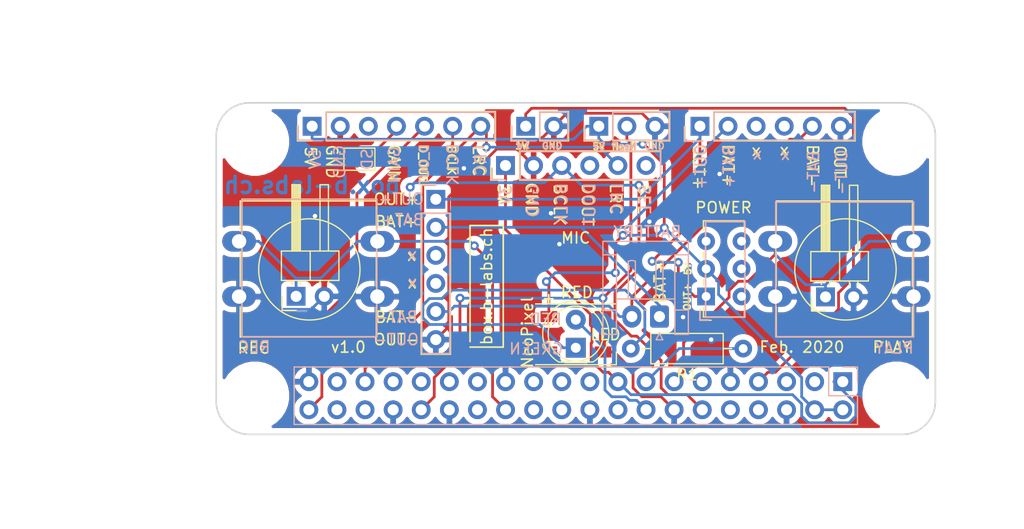
<source format=kicad_pcb>
(kicad_pcb (version 20171130) (host pcbnew "(5.1.5-0-10_14)")
  (title_block (title "Raspberry Pi Zero (W) uHAT Template Board") (date 2019-02-28) (rev 1.0) (comment 1 "This PCB design is licensed under MIT Open Source License."))
  (layers (0 F.Cu signal) (31 B.Cu signal) (34 B.Paste user) (35 F.Paste user) (36 B.SilkS user hide) (37 F.SilkS user) (38 B.Mask user) (39 F.Mask user) (44 Edge.Cuts user))
  (net 0 "")
  (net 1 +3V3)
  (net 2 +5V)
  (net 3 /GPIO2_SDA1)
  (net 4 /GPIO3_SCL1)
  (net 5 GND)
  (net 6 /GPIO14_TXD0)
  (net 7 /GPIO15_RXD0)
  (net 8 /GPIO17_GEN0)
  (net 9 /GPIO24_GEN5)
  (net 10 /GPIO10_SPI_MOSI)
  (net 11 /GPIO9_SPI_MISO)
  (net 12 /GPIO25_GEN6)
  (net 13 /GPIO11_SPI_SCLK)
  (net 14 /GPIO8_SPI_CE0_N)
  (net 15 /ID_SD)
  (net 16 /ID_SC)
  (net 17 /GPIO5)
  (net 18 /GPIO6)
  (net 19 /GPIO13)
  (net 20 /GPIO16)
  (net 21 /GPIO26)
  (net 22 /GPIO20)
  (net 23 DATA_AUDIO_OUT)
  (net 24 BCLK)
  (net 25 LRC)
  (net 26 DATA_AUDIO_IN)
  (net 27 NEOPIXEL_DATA)
  (net 28 RED_LED)
  (net 29 GREEN_LED)
  (net 30 ONE_WIRE)
  (net 31 GREEN_SWITCH)
  (net 32 RED_SWITCH)
  (net 33 "Net-(LED1-Pad1)")
  (net 34 "Net-(Neopixel1-Pad2)")
  (net 35 SEL)
  (net 36 BAT-)
  (net 37 BAT+)
  (net 38 "Net-(J7-Pad4)")
  (net 39 "Net-(J7-Pad3)")
  (net 40 OUT+)
  (net 41 "Net-(J2-Pad3)")
  (net 42 "Net-(J8-Pad4)")
  (net 43 "Net-(J8-Pad3)")
  (net 44 GAIN)
  (module Jumper:SolderJumper-2_P1.3mm_Open_TrianglePad1.0x1.5mm (layer F.Cu) (at 108.032 98.568 180)
    (fp_text reference JP1 hide)
    (fp_text value GainGND)
    (pad 1 smd custom (at -0.725 0 180) (size 0.3 0.3) (layers F.Cu F.Mask) (net 44 GAIN) (options (clearance outline) (anchor rect)) (primitives (gr_poly (pts (xy -0.5 -0.75) (xy 0.5 -0.75) (xy 1 0) (xy 0.5 0.75) (xy -0.5 0.75)) (width 0))))
    (pad 2 smd custom (at 0.725 0 180) (size 0.3 0.3) (layers F.Cu F.Mask) (net 5 GND) (options (clearance outline) (anchor rect)) (primitives (gr_poly (pts (xy -0.65 -0.75) (xy 0.5 -0.75) (xy 0.5 0.75) (xy -0.65 0.75) (xy -0.15 0)) (width 0))))
  )
  (module Connector_PinHeader_2.54mm:PinHeader_1x06_P2.54mm_Vertical (layer F.Cu) (at 121.2352 99.14 90)
    (fp_text reference J3 hide)
    (fp_text value "Mic connector")
    (pad 6 thru_hole oval (at 0 12.7 90) (size 1.7 1.7) (drill 1) (layers *.Cu *.Mask) (net 35 SEL))
    (pad 5 thru_hole oval (at 0 10.16 90) (size 1.7 1.7) (drill 1) (layers *.Cu *.Mask) (net 25 LRC))
    (pad 4 thru_hole oval (at 0 7.62 90) (size 1.7 1.7) (drill 1) (layers *.Cu *.Mask) (net 26 DATA_AUDIO_IN))
    (pad 3 thru_hole oval (at 0 5.08 90) (size 1.7 1.7) (drill 1) (layers *.Cu *.Mask) (net 24 BCLK))
    (pad 2 thru_hole oval (at 0 2.54 90) (size 1.7 1.7) (drill 1) (layers *.Cu *.Mask) (net 5 GND))
    (pad 1 thru_hole rect (at 0 0 90) (size 1.7 1.7) (drill 1) (layers *.Cu *.Mask) (net 1 +3V3))
  )
  (module Connector_JST:JST_EH_S2B-EH_1x02_P2.50mm_Horizontal (layer B.Cu) (at 135.1544 112.8052 180)
    (fp_text reference J6 hide)
    (fp_text value Battery)
    (pad 2 thru_hole oval (at 2.5 0 180) (size 1.7 2) (drill 1) (layers *.Cu *.Mask) (net 36 BAT-))
    (pad 1 thru_hole roundrect (at 0 0 180) (size 1.7 2) (drill 1) (layers *.Cu *.Mask) (roundrect_rratio 0.147059) (net 37 BAT+))
  )
  (module Button_Switch_THT:SW_E-Switch_EG1271_DPDT (layer F.Cu) (at 139.3712 110.9872 90)
    (fp_text reference SW1 hide)
    (fp_text value POWER)
    (pad 6 thru_hole circle (at 5 3.2 90) (size 1.6 1.6) (drill 0.8) (layers *.Cu *.Mask))
    (pad 5 thru_hole circle (at 2.5 3.2 90) (size 1.6 1.6) (drill 0.8) (layers *.Cu *.Mask))
    (pad 4 thru_hole circle (at 0 3.2 90) (size 1.6 1.6) (drill 0.8) (layers *.Cu *.Mask))
    (pad 3 thru_hole circle (at 5 0 90) (size 1.6 1.6) (drill 0.8) (layers *.Cu *.Mask))
    (pad 2 thru_hole circle (at 2.5 0 90) (size 1.6 1.6) (drill 0.8) (layers *.Cu *.Mask) (net 2 +5V))
    (pad 1 thru_hole rect (at 0 0 90) (size 1.6 1.6) (drill 0.8) (layers *.Cu *.Mask) (net 40 OUT+))
  )
  (module Resistor_THT:R_Axial_DIN0207_L6.3mm_D2.5mm_P10.16mm_Horizontal (layer F.Cu) (at 142.7236 115.7008 180)
    (fp_text reference R1 (at 5.08 -2.37) (layer F.SilkS))
    (fp_text value 220)
    (pad 2 thru_hole oval (at 10.16 0 180) (size 1.6 1.6) (drill 0.8) (layers *.Cu *.Mask) (net 33 "Net-(LED1-Pad1)"))
    (pad 1 thru_hole circle (at 0 0 180) (size 1.6 1.6) (drill 0.8) (layers *.Cu *.Mask) (net 29 GREEN_LED))
  )
  (module Connector_PinHeader_2.54mm:PinHeader_1x06_P2.54mm_Vertical (layer F.Cu) (at 138.812 95.584 90)
    (fp_text reference J8 hide)
    (fp_text value "Voltage Regulator Option B")
    (pad 6 thru_hole oval (at 0 12.7 90) (size 1.7 1.7) (drill 1) (layers *.Cu *.Mask) (net 5 GND))
    (pad 5 thru_hole oval (at 0 10.16 90) (size 1.7 1.7) (drill 1) (layers *.Cu *.Mask) (net 36 BAT-))
    (pad 4 thru_hole oval (at 0 7.62 90) (size 1.7 1.7) (drill 1) (layers *.Cu *.Mask) (net 42 "Net-(J8-Pad4)"))
    (pad 3 thru_hole oval (at 0 5.08 90) (size 1.7 1.7) (drill 1) (layers *.Cu *.Mask) (net 43 "Net-(J8-Pad3)"))
    (pad 2 thru_hole oval (at 0 2.54 90) (size 1.7 1.7) (drill 1) (layers *.Cu *.Mask) (net 37 BAT+))
    (pad 1 thru_hole rect (at 0 0 90) (size 1.7 1.7) (drill 1) (layers *.Cu *.Mask) (net 40 OUT+))
  )
  (module Connector_PinHeader_2.54mm:PinHeader_1x07_P2.54mm_Vertical (layer F.Cu) (at 103.76 95.584 90)
    (fp_text reference J2 hide)
    (fp_text value "Amp connector")
    (pad 7 thru_hole oval (at 0 15.24 90) (size 1.7 1.7) (drill 1) (layers *.Cu *.Mask) (net 25 LRC))
    (pad 6 thru_hole oval (at 0 12.7 90) (size 1.7 1.7) (drill 1) (layers *.Cu *.Mask) (net 24 BCLK))
    (pad 5 thru_hole oval (at 0 10.16 90) (size 1.7 1.7) (drill 1) (layers *.Cu *.Mask) (net 23 DATA_AUDIO_OUT))
    (pad 4 thru_hole oval (at 0 7.62 90) (size 1.7 1.7) (drill 1) (layers *.Cu *.Mask) (net 44 GAIN))
    (pad 3 thru_hole oval (at 0 5.08 90) (size 1.7 1.7) (drill 1) (layers *.Cu *.Mask) (net 41 "Net-(J2-Pad3)"))
    (pad 2 thru_hole oval (at 0 2.54 90) (size 1.7 1.7) (drill 1) (layers *.Cu *.Mask) (net 5 GND))
    (pad 1 thru_hole rect (at 0 0 90) (size 1.7 1.7) (drill 1) (layers *.Cu *.Mask) (net 2 +5V))
  )
  (module Connector_PinHeader_2.54mm:PinHeader_1x06_P2.54mm_Vertical (layer F.Cu) (at 114.936 102.188)
    (fp_text reference J7 hide)
    (fp_text value "Voltage Regulator Option A")
    (pad 6 thru_hole oval (at 0 12.7) (size 1.7 1.7) (drill 1) (layers *.Cu *.Mask) (net 5 GND))
    (pad 5 thru_hole oval (at 0 10.16) (size 1.7 1.7) (drill 1) (layers *.Cu *.Mask) (net 36 BAT-))
    (pad 4 thru_hole oval (at 0 7.62) (size 1.7 1.7) (drill 1) (layers *.Cu *.Mask) (net 38 "Net-(J7-Pad4)"))
    (pad 3 thru_hole oval (at 0 5.08) (size 1.7 1.7) (drill 1) (layers *.Cu *.Mask) (net 39 "Net-(J7-Pad3)"))
    (pad 2 thru_hole oval (at 0 2.54) (size 1.7 1.7) (drill 1) (layers *.Cu *.Mask) (net 37 BAT+))
    (pad 1 thru_hole rect (at 0 0) (size 1.7 1.7) (drill 1) (layers *.Cu *.Mask) (net 40 OUT+))
  )
  (module Connector_PinHeader_2.54mm:PinHeader_1x03_P2.54mm_Vertical (layer F.Cu) (at 129.668 95.584 90)
    (fp_text reference J5 hide)
    (fp_text value "Neopixel connector")
    (pad 3 thru_hole oval (at 0 5.08 90) (size 1.7 1.7) (drill 1) (layers *.Cu *.Mask) (net 5 GND))
    (pad 2 thru_hole oval (at 0 2.54 90) (size 1.7 1.7) (drill 1) (layers *.Cu *.Mask) (net 27 NEOPIXEL_DATA))
    (pad 1 thru_hole rect (at 0 0 90) (size 1.7 1.7) (drill 1) (layers *.Cu *.Mask) (net 2 +5V))
  )
  (module Connector_PinHeader_2.54mm:PinHeader_1x02_P2.54mm_Vertical (layer F.Cu) (at 123.064 95.584 90)
    (fp_text reference J4 hide)
    (fp_text value OneWire)
    (pad 2 thru_hole oval (at 0 2.54 90) (size 1.7 1.7) (drill 1) (layers *.Cu *.Mask) (net 5 GND))
    (pad 1 thru_hole rect (at 0 0 90) (size 1.7 1.7) (drill 1) (layers *.Cu *.Mask) (net 30 ONE_WIRE))
  )
  (module lib:PinSocket_2x20_P2.54mm_Vertical_Centered_Anchor (layer B.Cu) (at 151.722 118.698 90)
    (fp_text reference J1 hide)
    (fp_text value GPIO_CONNECTOR)
    (pad 1 thru_hole rect (at 0 0 90) (size 1.7 1.7) (drill 1) (layers *.Cu *.Mask) (net 1 +3V3))
    (pad 2 thru_hole oval (at -2.54 0 90) (size 1.7 1.7) (drill 1) (layers *.Cu *.Mask) (net 2 +5V))
    (pad 3 thru_hole oval (at 0 -2.54 90) (size 1.7 1.7) (drill 1) (layers *.Cu *.Mask) (net 3 /GPIO2_SDA1))
    (pad 4 thru_hole oval (at -2.54 -2.54 90) (size 1.7 1.7) (drill 1) (layers *.Cu *.Mask) (net 2 +5V))
    (pad 5 thru_hole oval (at 0 -5.08 90) (size 1.7 1.7) (drill 1) (layers *.Cu *.Mask) (net 4 /GPIO3_SCL1))
    (pad 6 thru_hole oval (at -2.54 -5.08 90) (size 1.7 1.7) (drill 1) (layers *.Cu *.Mask) (net 5 GND))
    (pad 7 thru_hole oval (at 0 -7.62 90) (size 1.7 1.7) (drill 1) (layers *.Cu *.Mask) (net 30 ONE_WIRE))
    (pad 8 thru_hole oval (at -2.54 -7.62 90) (size 1.7 1.7) (drill 1) (layers *.Cu *.Mask) (net 6 /GPIO14_TXD0))
    (pad 9 thru_hole oval (at 0 -10.16 90) (size 1.7 1.7) (drill 1) (layers *.Cu *.Mask) (net 5 GND))
    (pad 10 thru_hole oval (at -2.54 -10.16 90) (size 1.7 1.7) (drill 1) (layers *.Cu *.Mask) (net 7 /GPIO15_RXD0))
    (pad 11 thru_hole oval (at 0 -12.7 90) (size 1.7 1.7) (drill 1) (layers *.Cu *.Mask) (net 8 /GPIO17_GEN0))
    (pad 12 thru_hole oval (at -2.54 -12.7 90) (size 1.7 1.7) (drill 1) (layers *.Cu *.Mask) (net 24 BCLK))
    (pad 13 thru_hole oval (at 0 -15.24 90) (size 1.7 1.7) (drill 1) (layers *.Cu *.Mask) (net 31 GREEN_SWITCH))
    (pad 14 thru_hole oval (at -2.54 -15.24 90) (size 1.7 1.7) (drill 1) (layers *.Cu *.Mask) (net 5 GND))
    (pad 15 thru_hole oval (at 0 -17.78 90) (size 1.7 1.7) (drill 1) (layers *.Cu *.Mask) (net 29 GREEN_LED))
    (pad 16 thru_hole oval (at -2.54 -17.78 90) (size 1.7 1.7) (drill 1) (layers *.Cu *.Mask) (net 28 RED_LED))
    (pad 17 thru_hole oval (at 0 -20.32 90) (size 1.7 1.7) (drill 1) (layers *.Cu *.Mask) (net 1 +3V3))
    (pad 18 thru_hole oval (at -2.54 -20.32 90) (size 1.7 1.7) (drill 1) (layers *.Cu *.Mask) (net 9 /GPIO24_GEN5))
    (pad 19 thru_hole oval (at 0 -22.86 90) (size 1.7 1.7) (drill 1) (layers *.Cu *.Mask) (net 10 /GPIO10_SPI_MOSI))
    (pad 20 thru_hole oval (at -2.54 -22.86 90) (size 1.7 1.7) (drill 1) (layers *.Cu *.Mask) (net 5 GND))
    (pad 21 thru_hole oval (at 0 -25.4 90) (size 1.7 1.7) (drill 1) (layers *.Cu *.Mask) (net 11 /GPIO9_SPI_MISO))
    (pad 22 thru_hole oval (at -2.54 -25.4 90) (size 1.7 1.7) (drill 1) (layers *.Cu *.Mask) (net 12 /GPIO25_GEN6))
    (pad 23 thru_hole oval (at 0 -27.94 90) (size 1.7 1.7) (drill 1) (layers *.Cu *.Mask) (net 13 /GPIO11_SPI_SCLK))
    (pad 24 thru_hole oval (at -2.54 -27.94 90) (size 1.7 1.7) (drill 1) (layers *.Cu *.Mask) (net 14 /GPIO8_SPI_CE0_N))
    (pad 25 thru_hole oval (at 0 -30.48 90) (size 1.7 1.7) (drill 1) (layers *.Cu *.Mask) (net 5 GND))
    (pad 26 thru_hole oval (at -2.54 -30.48 90) (size 1.7 1.7) (drill 1) (layers *.Cu *.Mask) (net 32 RED_SWITCH))
    (pad 27 thru_hole oval (at 0 -33.02 90) (size 1.7 1.7) (drill 1) (layers *.Cu *.Mask) (net 15 /ID_SD))
    (pad 28 thru_hole oval (at -2.54 -33.02 90) (size 1.7 1.7) (drill 1) (layers *.Cu *.Mask) (net 16 /ID_SC))
    (pad 29 thru_hole oval (at 0 -35.56 90) (size 1.7 1.7) (drill 1) (layers *.Cu *.Mask) (net 17 /GPIO5))
    (pad 30 thru_hole oval (at -2.54 -35.56 90) (size 1.7 1.7) (drill 1) (layers *.Cu *.Mask) (net 5 GND))
    (pad 31 thru_hole oval (at 0 -38.1 90) (size 1.7 1.7) (drill 1) (layers *.Cu *.Mask) (net 18 /GPIO6))
    (pad 32 thru_hole oval (at -2.54 -38.1 90) (size 1.7 1.7) (drill 1) (layers *.Cu *.Mask) (net 27 NEOPIXEL_DATA))
    (pad 33 thru_hole oval (at 0 -40.64 90) (size 1.7 1.7) (drill 1) (layers *.Cu *.Mask) (net 19 /GPIO13))
    (pad 34 thru_hole oval (at -2.54 -40.64 90) (size 1.7 1.7) (drill 1) (layers *.Cu *.Mask) (net 5 GND))
    (pad 35 thru_hole oval (at 0 -43.18 90) (size 1.7 1.7) (drill 1) (layers *.Cu *.Mask) (net 25 LRC))
    (pad 36 thru_hole oval (at -2.54 -43.18 90) (size 1.7 1.7) (drill 1) (layers *.Cu *.Mask) (net 20 /GPIO16))
    (pad 37 thru_hole oval (at 0 -45.72 90) (size 1.7 1.7) (drill 1) (layers *.Cu *.Mask) (net 21 /GPIO26))
    (pad 38 thru_hole oval (at -2.54 -45.72 90) (size 1.7 1.7) (drill 1) (layers *.Cu *.Mask) (net 22 /GPIO20))
    (pad 39 thru_hole oval (at 0 -48.26 90) (size 1.7 1.7) (drill 1) (layers *.Cu *.Mask) (net 5 GND))
    (pad 40 thru_hole oval (at -2.54 -48.26 90) (size 1.7 1.7) (drill 1) (layers *.Cu *.Mask) (net 23 DATA_AUDIO_OUT))
  )
  (module Connector_PinHeader_2.54mm:PinHeader_1x02_P2.54mm_Horizontal (layer F.Cu) (at 102.3122 110.9764 90)
    (fp_text reference J_RED1 hide)
    (fp_text value RED)
    (pad 2 thru_hole oval (at 0 2.54 90) (size 1.7 1.7) (drill 1) (layers *.Cu *.Mask) (net 5 GND))
    (pad 1 thru_hole rect (at 0 0 90) (size 1.7 1.7) (drill 1) (layers *.Cu *.Mask) (net 32 RED_SWITCH))
  )
  (module Connector_PinHeader_2.54mm:PinHeader_1x02_P2.54mm_Horizontal (layer F.Cu) (at 150.1658 111.0272 90)
    (fp_text reference J_GREEN1 hide)
    (fp_text value GREEN)
    (pad 2 thru_hole oval (at 0 2.54 90) (size 1.7 1.7) (drill 1) (layers *.Cu *.Mask) (net 5 GND))
    (pad 1 thru_hole rect (at 0 0 90) (size 1.7 1.7) (drill 1) (layers *.Cu *.Mask) (net 31 GREEN_SWITCH))
  )
  (module LED_THT:LED_D5.0mm (layer F.Cu) (at 127.5912 115.6278 90)
    (fp_text reference LED1 hide)
    (fp_text value LED_Dual_2pin)
    (pad 2 thru_hole circle (at 2.54 0 90) (size 1.8 1.8) (drill 0.9) (layers *.Cu *.Mask) (net 28 RED_LED))
    (pad 1 thru_hole rect (at 0 0 90) (size 1.8 1.8) (drill 0.9) (layers *.Cu *.Mask) (net 33 "Net-(LED1-Pad1)"))
  )
  (module LED_SMD:LED_WS2812B_PLCC4_5.0x5.0mm_P3.2mm (layer F.Cu) (at 127.605 114.4084)
    (fp_text reference Neopixel1 hide)
    (fp_text value WS2812B)
    (pad 1 smd rect (at -2.45 -1.6) (size 1.5 1) (layers F.Cu F.Paste F.Mask) (net 2 +5V))
    (pad 2 smd rect (at -2.45 1.6) (size 1.5 1) (layers F.Cu F.Paste F.Mask) (net 34 "Net-(Neopixel1-Pad2)"))
    (pad 4 smd rect (at 2.45 -1.6) (size 1.5 1) (layers F.Cu F.Paste F.Mask) (net 27 NEOPIXEL_DATA))
    (pad 3 smd rect (at 2.45 1.6) (size 1.5 1) (layers F.Cu F.Paste F.Mask) (net 5 GND))
  )
  (module Button_Switch_THT:SW_PUSH-12mm (layer F.Cu) (at 145.616 105.998)
    (fp_text reference GREEN1 hide)
    (fp_text value Green)
    (pad 2 thru_hole oval (at 0 5) (size 3.048 1.85) (drill 1.3) (layers *.Cu *.Mask) (net 5 GND))
    (pad 1 thru_hole oval (at 0 0) (size 3.048 1.85) (drill 1.3) (layers *.Cu *.Mask) (net 31 GREEN_SWITCH))
    (pad 2 thru_hole oval (at 12.5 5) (size 3.048 1.85) (drill 1.3) (layers *.Cu *.Mask) (net 5 GND))
    (pad 1 thru_hole oval (at 12.5 0) (size 3.048 1.85) (drill 1.3) (layers *.Cu *.Mask) (net 31 GREEN_SWITCH))
  )
  (module Button_Switch_THT:SW_PUSH-12mm (layer F.Cu) (at 97.156 105.998)
    (fp_text reference RED1 hide)
    (fp_text value Red)
    (pad 2 thru_hole oval (at 0 5) (size 3.048 1.85) (drill 1.3) (layers *.Cu *.Mask) (net 5 GND))
    (pad 1 thru_hole oval (at 0 0) (size 3.048 1.85) (drill 1.3) (layers *.Cu *.Mask) (net 32 RED_SWITCH))
    (pad 2 thru_hole oval (at 12.5 5) (size 3.048 1.85) (drill 1.3) (layers *.Cu *.Mask) (net 5 GND))
    (pad 1 thru_hole oval (at 12.5 0) (size 3.048 1.85) (drill 1.3) (layers *.Cu *.Mask) (net 32 RED_SWITCH))
  )
  (module lib:MountingHole_2.7mm_M2.5_uHAT_RPi (layer F.Cu) (at 156.592 119.968 180)
    (fp_text reference H1 hide)
    (fp_text value MountingHole hide)
    (pad "" np_thru_hole circle (at 0 0 180) (size 2.7 2.7) (drill 2.7) (layers *.Cu *.Mask) (clearance 1.75))
  )
  (module lib:MountingHole_2.7mm_M2.5_uHAT_RPi (layer F.Cu) (at 98.592 119.968 180)
    (fp_text reference H2 hide)
    (fp_text value MountingHole hide)
    (pad "" np_thru_hole circle (at 0 0 180) (size 2.7 2.7) (drill 2.7) (layers *.Cu *.Mask) (clearance 1.75))
  )
  (module lib:MountingHole_2.7mm_M2.5_uHAT_RPi (layer F.Cu) (at 98.592 96.968 180)
    (fp_text reference H3 hide)
    (fp_text value MountingHole hide)
    (pad "" np_thru_hole circle (at 0 0 180) (size 2.7 2.7) (drill 2.7) (layers *.Cu *.Mask) (clearance 1.75))
  )
  (module lib:MountingHole_2.7mm_M2.5_uHAT_RPi (layer F.Cu) (at 156.592 96.968 180)
    (fp_text reference H4 hide)
    (fp_text value MountingHole hide)
    (pad "" np_thru_hole circle (at 0 0 180) (size 2.7 2.7) (drill 2.7) (layers *.Cu *.Mask) (clearance 1.75))
  )
  (gr_text "Feb. 2020" (at 148.032 115.568) (layer F.SilkS) (effects (font (size 1 1))))
  (gr_line (start 121.032 115.568) (end 118.032 115.568) (layer F.SilkS) (width 0.15))
  (gr_line (start 121.032 104.568) (end 121.032 115.568) (layer F.SilkS) (width 0.15))
  (gr_line (start 118.032 104.568) (end 121.032 104.568) (layer F.SilkS) (width 0.15))
  (gr_line (start 118.032 115.068) (end 118.032 104.568) (layer F.SilkS) (width 0.15))
  (gr_text box.b-labs.ch (at 119.532 110.068 90) (layer F.SilkS) (effects (font (size 1 1))))
  (gr_text box.b-labs.ch (at 103.76 100.918) (layer B.Cu) (effects (font (size 1.5 1.5) (thickness 0.3)) (justify mirror)))
  (gr_line (start 97.41 102.442) (end 97.41 102.188) (layer B.SilkS) (width 0.15))
  (gr_line (start 109.602 102.188) (end 97.41 102.188) (layer B.SilkS) (width 0.15))
  (gr_line (start 109.602 114.634) (end 109.602 102.188) (layer B.SilkS) (width 0.15))
  (gr_line (start 97.41 114.634) (end 109.602 114.634) (layer B.SilkS) (width 0.15))
  (gr_line (start 97.41 102.442) (end 97.41 114.634) (layer B.SilkS) (width 0.15))
  (gr_line (start 158.116 102.442) (end 145.67 102.442) (layer B.SilkS) (width 0.15))
  (gr_line (start 158.116 114.634) (end 158.116 102.442) (layer B.SilkS) (width 0.15))
  (gr_line (start 145.67 114.634) (end 158.116 114.634) (layer B.SilkS) (width 0.15))
  (gr_line (start 145.67 102.442) (end 145.67 114.634) (layer B.SilkS) (width 0.15))
  (gr_line (start 135.256 97.87) (end 122.556 97.87) (layer B.SilkS) (width 0.15))
  (gr_line (start 135.256 100.41) (end 135.256 97.87) (layer B.SilkS) (width 0.15))
  (gr_line (start 122.556 100.41) (end 135.256 100.41) (layer B.SilkS) (width 0.15))
  (gr_line (start 122.556 97.87) (end 122.556 100.41) (layer B.SilkS) (width 0.15))
  (gr_line (start 120.016 100.41) (end 121.032 100.41) (layer B.SilkS) (width 0.15))
  (gr_line (start 120.016 99.394) (end 120.016 100.41) (layer B.SilkS) (width 0.15))
  (gr_line (start 138.812 113.11) (end 139.574 113.11) (layer B.SilkS) (width 0.15))
  (gr_line (start 138.812 112.348) (end 138.812 113.11) (layer B.SilkS) (width 0.15))
  (gr_line (start 142.876 104.22) (end 139.32 104.22) (layer B.SilkS) (width 0.15))
  (gr_line (start 142.876 112.856) (end 142.876 104.22) (layer B.SilkS) (width 0.15))
  (gr_line (start 139.32 112.856) (end 142.876 112.856) (layer B.SilkS) (width 0.15))
  (gr_line (start 139.32 104.22) (end 139.32 112.856) (layer B.SilkS) (width 0.15))
  (gr_line (start 116.206 103.458) (end 113.666 103.458) (layer B.SilkS) (width 0.15))
  (gr_line (start 116.206 116.158) (end 116.206 103.458) (layer B.SilkS) (width 0.15))
  (gr_line (start 113.666 116.158) (end 116.206 116.158) (layer B.SilkS) (width 0.15))
  (gr_line (start 113.666 103.458) (end 113.666 116.158) (layer B.SilkS) (width 0.15))
  (gr_line (start 113.666 100.918) (end 113.666 101.68) (layer B.SilkS) (width 0.15))
  (gr_line (start 114.936 100.918) (end 113.666 100.918) (layer B.SilkS) (width 0.15))
  (gr_line (start 120.27 96.854) (end 105.03 96.854) (layer B.SilkS) (width 0.15))
  (gr_line (start 120.27 94.314) (end 120.27 96.854) (layer B.SilkS) (width 0.15))
  (gr_line (start 105.03 94.314) (end 120.27 94.314) (layer B.SilkS) (width 0.15))
  (gr_line (start 105.03 96.854) (end 105.03 94.314) (layer B.SilkS) (width 0.15))
  (gr_line (start 102.49 96.854) (end 103.76 96.854) (layer B.SilkS) (width 0.15))
  (gr_line (start 102.49 95.584) (end 102.49 96.854) (layer B.SilkS) (width 0.15))
  (gr_line (start 126.874 96.854) (end 124.334 96.854) (layer B.SilkS) (width 0.15))
  (gr_line (start 126.874 94.314) (end 126.874 96.854) (layer B.SilkS) (width 0.15))
  (gr_line (start 124.334 94.314) (end 126.874 94.314) (layer B.SilkS) (width 0.15))
  (gr_line (start 124.334 96.854) (end 124.334 94.314) (layer B.SilkS) (width 0.15))
  (gr_line (start 121.794 96.854) (end 123.064 96.854) (layer B.SilkS) (width 0.15))
  (gr_line (start 121.794 95.584) (end 121.794 96.854) (layer B.SilkS) (width 0.15))
  (gr_line (start 136.018 96.854) (end 130.938 96.854) (layer B.SilkS) (width 0.15))
  (gr_line (start 136.018 94.314) (end 136.018 96.854) (layer B.SilkS) (width 0.15))
  (gr_line (start 130.938 94.314) (end 136.018 94.314) (layer B.SilkS) (width 0.15))
  (gr_line (start 130.938 96.854) (end 130.938 94.314) (layer B.SilkS) (width 0.15))
  (gr_line (start 128.398 96.854) (end 129.668 96.854) (layer B.SilkS) (width 0.15))
  (gr_line (start 128.398 95.584) (end 128.398 96.854) (layer B.SilkS) (width 0.15))
  (gr_line (start 152.782 96.854) (end 140.082 96.854) (layer B.SilkS) (width 0.15))
  (gr_line (start 152.782 94.314) (end 152.782 96.854) (layer B.SilkS) (width 0.15))
  (gr_line (start 140.082 94.314) (end 152.782 94.314) (layer B.SilkS) (width 0.15))
  (gr_line (start 140.082 96.854) (end 140.082 94.314) (layer B.SilkS) (width 0.15))
  (gr_line (start 137.415 96.9302) (end 139.066 96.9302) (layer B.SilkS) (width 0.15))
  (gr_line (start 137.415 95.6094) (end 137.415 96.9302) (layer B.SilkS) (width 0.15))
  (gr_text SD (at 108.7384 98.568 90) (layer B.SilkS) (effects (font (size 1 1)) (justify mirror)))
  (gr_text GND (at 106.2492 98.8098 90) (layer B.SilkS) (effects (font (size 1 1)) (justify mirror)))
  (gr_text D_OUT (at 113.8946 99.0384 90) (layer B.SilkS) (effects (font (size 0.8 0.8)) (justify mirror)))
  (gr_text LRC (at 119.0254 98.632 90) (layer B.SilkS) (effects (font (size 1 1)) (justify mirror)))
  (gr_text GAIN (at 111.1768 99.068 90) (layer B.SilkS) (effects (font (size 1 1)) (justify mirror)))
  (gr_text BCLK (at 116.4854 99.0384 90) (layer B.SilkS) (effects (font (size 1 1)) (justify mirror)))
  (gr_text BAT- (at 111.3546 112.856) (layer B.SilkS) (effects (font (size 1 1)) (justify mirror)))
  (gr_text OUT- (at 111.3546 114.888) (layer B.SilkS) (effects (font (size 1 1)) (justify mirror)))
  (gr_text OUT+ (at 111.8118 102.1626) (layer B.SilkS) (effects (font (size 1 1)) (justify mirror)))
  (gr_text BAT+ (at 111.9134 104.0422) (layer B.SilkS) (effects (font (size 1 1)) (justify mirror)))
  (gr_text x (at 112.8278 107.395 180) (layer B.SilkS) (effects (font (size 1 1)) (justify mirror)))
  (gr_text x (at 112.8278 109.8842 180) (layer B.SilkS) (effects (font (size 1 1)) (justify mirror)))
  (gr_text GREEN (at 124.0038 115.7262) (layer B.SilkS) (effects (font (size 1 1)) (justify mirror)))
  (gr_text RED (at 124.8674 113.0592) (layer B.SilkS) (effects (font (size 1 1)) (justify mirror)))
  (gr_text PLAY (at 156.3634 115.65) (layer B.SilkS) (effects (font (size 1 1)) (justify mirror)))
  (gr_text REC (at 98.5276 115.5484) (layer B.SilkS) (effects (font (size 1 1)) (justify mirror)))
  (gr_text x (at 146.5336 98.378 180) (layer B.SilkS) (effects (font (size 1 1)) (justify mirror)))
  (gr_text OUT+ (at 138.9136 99.2416 90) (layer B.SilkS) (effects (font (size 1 1)) (justify mirror)))
  (gr_text BAT- (at 149.0736 99.7496 90) (layer B.SilkS) (effects (font (size 1 1)) (justify mirror)))
  (gr_text OUT- (at 151.6136 99.7496 90) (layer B.SilkS) (effects (font (size 1 1)) (justify mirror)))
  (gr_text BAT+ (at 141.4536 99.2416 90) (layer B.SilkS) (effects (font (size 1 1)) (justify mirror)))
  (gr_text x (at 143.9936 98.3272 180) (layer B.SilkS) (effects (font (size 1 1)) (justify mirror)))
  (gr_text 3V (at 121.286 101.7816 90) (layer B.SilkS) (effects (font (size 1 1)) (justify mirror)))
  (gr_text SEL (at 133.8844 102.1626 90) (layer B.SilkS) (effects (font (size 1 1)) (justify mirror)))
  (gr_text LRC (at 131.3698 102.1118 90) (layer B.SilkS) (effects (font (size 1 1)) (justify mirror)))
  (gr_text BCLK (at 126.3406 102.6198 90) (layer B.SilkS) (effects (font (size 1 1)) (justify mirror)))
  (gr_text DOUT (at 128.8552 102.6452 90) (layer B.SilkS) (effects (font (size 1 1)) (justify mirror)))
  (gr_text GND (at 123.7498 102.315 90) (layer B.SilkS) (effects (font (size 1 1)) (justify mirror)))
  (gr_text 1W (at 122.81 97.3112) (layer B.SilkS) (effects (font (size 0.6 0.6)) (justify mirror)))
  (gr_text GND (at 125.4516 97.3366) (layer B.SilkS) (effects (font (size 0.6 0.6)) (justify mirror)))
  (gr_text GND (at 134.6972 97.3874) (layer B.SilkS) (effects (font (size 0.6 0.6) (thickness 0.125)) (justify mirror)))
  (gr_text NeoP (at 131.9286 97.4128) (layer B.SilkS) (effects (font (size 0.6 0.6)) (justify mirror)))
  (gr_text 5V (at 129.6934 97.3874) (layer B.SilkS) (effects (font (size 0.6 0.6)) (justify mirror)))
  (gr_text 5V (at 104.032 98.568 90) (layer B.SilkS) (effects (font (size 1 1)) (justify mirror)))
  (gr_text "BATTERY " (at 133.6812 105.1344) (layer B.SilkS) (effects (font (size 1 1)) (justify mirror)))
  (gr_text GND (at 125.4516 97.362) (layer F.SilkS) (effects (font (size 0.6 0.6))))
  (gr_text 1W (at 122.7592 97.362) (layer F.SilkS) (effects (font (size 0.6 0.6))))
  (gr_text GND (at 134.6972 97.362) (layer F.SilkS) (effects (font (size 0.6 0.6) (thickness 0.125))))
  (gr_text NeoP (at 132.0048 97.4128) (layer F.SilkS) (effects (font (size 0.6 0.6))))
  (gr_text 5V (at 129.668 97.4128) (layer F.SilkS) (effects (font (size 0.6 0.6))))
  (gr_text OUT+ (at 137.669 111.0272 90) (layer F.SilkS) (effects (font (size 0.6 0.6))))
  (gr_text 5V (at 137.7198 108.4872 90) (layer F.SilkS) (effects (font (size 0.6 0.6))))
  (gr_text BAT+ (at 135.2052 109.681 90) (layer F.SilkS) (effects (font (size 1 1))))
  (gr_text x (at 112.8024 109.7572) (layer F.SilkS) (effects (font (size 1 1))))
  (gr_text x (at 112.7516 107.268) (layer F.SilkS) (effects (font (size 1 1))))
  (gr_text x (at 146.432 97.7176) (layer F.SilkS) (effects (font (size 1 1))))
  (gr_text x (at 143.892 97.7684) (layer F.SilkS) (effects (font (size 1 1))))
  (gr_text MIC (at 127.5852 105.6932) (layer F.SilkS) (effects (font (size 1 1))))
  (gr_text LED (at 130.2776 114.4308) (layer F.SilkS) (effects (font (size 1 1))))
  (gr_text NeoPixel (at 123.2164 114.2276 90) (layer F.SilkS) (effects (font (size 1 1))))
  (gr_text POWER (at 140.9456 102.95) (layer F.SilkS) (effects (font (size 1 1))))
  (gr_text REC (at 98.4768 115.65) (layer F.SilkS) (effects (font (size 1 1))))
  (gr_text PLAY (at 156.1856 115.568) (layer F.SilkS) (effects (font (size 1 1))))
  (gr_text v1.0 (at 107.032 115.568) (layer F.SilkS) (effects (font (size 1 1))))
  (gr_text GAIN (at 111.1768 98.886 270) (layer F.SilkS) (effects (font (size 1 1))))
  (gr_text D_OUT (at 113.7676 98.9368 270) (layer F.SilkS) (effects (font (size 0.7 0.7))))
  (gr_text LRC (at 118.7968 98.7336 270) (layer F.SilkS) (effects (font (size 1 1))))
  (gr_text BCLK (at 116.3584 98.6828 270) (layer F.SilkS) (effects (font (size 0.7 0.7))))
  (gr_text GND (at 105.532 98.7844 270) (layer F.SilkS) (effects (font (size 1 1))))
  (gr_text 5V (at 103.6076 98.3272 270) (layer F.SilkS) (effects (font (size 1 1))))
  (gr_text BAT- (at 148.9974 99.1654 270) (layer F.SilkS) (effects (font (size 1 1))))
  (gr_text OUT- (at 151.4612 99.3686 270) (layer F.SilkS) (effects (font (size 1 1))))
  (gr_text OUT+ (at 138.685 99.2924 270) (layer F.SilkS) (effects (font (size 1 1))))
  (gr_text BAT+ (at 141.352 99.14 270) (layer F.SilkS) (effects (font (size 1 1))))
  (gr_text + (at 125.1468 111.1288) (layer F.SilkS) (effects (font (size 1 1))))
  (gr_text RED (at 127.6868 110.6208) (layer F.SilkS) (effects (font (size 1 1))))
  (gr_text BAT+ (at 111.38 104.22) (layer F.SilkS) (effects (font (size 1 1))))
  (gr_text BAT- (at 111.38 112.856) (layer F.SilkS) (effects (font (size 1 1))))
  (gr_text OUT- (at 111.38 114.888) (layer F.SilkS) (effects (font (size 1 1))))
  (gr_text OUT+ (at 111.38 102.188) (layer F.SilkS) (effects (font (size 1 1))))
  (gr_text SEL (at 133.732 102.188 270) (layer F.SilkS) (effects (font (size 1 1))))
  (gr_text LRC (at 131.192 102.188 270) (layer F.SilkS) (effects (font (size 1 1))))
  (gr_text DOUT (at 128.652 102.696 270) (layer F.SilkS) (effects (font (size 1 1))))
  (gr_text BCLK (at 126.112 102.696 270) (layer F.SilkS) (effects (font (size 1 1))))
  (gr_text GND (at 123.572 102.188 270) (layer F.SilkS) (effects (font (size 1 1))))
  (gr_text 3V (at 121.032 101.68 270) (layer F.SilkS) (effects (font (size 1 1))))
  (gr_line (start 160.092 96.468) (end 160.092 120.468) (layer Edge.Cuts) (width 0.15))
  (gr_line (start 157.092 123.468) (end 98.092 123.468) (layer Edge.Cuts) (width 0.15))
  (gr_line (start 156.592 93.468) (end 157.092 93.468) (layer Edge.Cuts) (width 0.15))
  (gr_line (start 98.592 93.468) (end 98.092 93.468) (layer Edge.Cuts) (width 0.15))
  (gr_line (start 95.092 120.468) (end 95.092 96.468) (layer Edge.Cuts) (width 0.15))
  (gr_arc (start 157.092 120.468) (end 157.092 123.468) (angle -90) (layer Edge.Cuts) (width 0.15))
  (gr_arc (start 157.092 96.468) (end 160.092 96.468) (angle -90) (layer Edge.Cuts) (width 0.15))
  (gr_arc (start 98.092 96.468) (end 98.092 93.468) (angle -90) (layer Edge.Cuts) (width 0.15))
  (gr_arc (start 98.092 120.468) (end 95.092 120.468) (angle -90) (layer Edge.Cuts) (width 0.15))
  (gr_line (start 156.592 93.468) (end 98.592 93.468) (layer Edge.Cuts) (width 0.15))
  (segment (start 130.059599 117.848001) (end 130.552001 117.848001) (width 0.25) (layer F.Cu) (net 1))
  (segment (start 130.552001 117.848001) (end 131.402 118.698) (width 0.25) (layer F.Cu) (net 1))
  (segment (start 128.979999 115.220401) (end 128.979999 116.768401) (width 0.25) (layer F.Cu) (net 1))
  (segment (start 129.0584 115.142) (end 128.979999 115.220401) (width 0.25) (layer F.Cu) (net 1))
  (segment (start 129.0584 113.7196) (end 129.0584 115.142) (width 0.25) (layer F.Cu) (net 1))
  (segment (start 128.979999 116.768401) (end 130.059599 117.848001) (width 0.25) (layer F.Cu) (net 1))
  (segment (start 128.906 113.5672) (end 129.0584 113.7196) (width 0.25) (layer F.Cu) (net 1))
  (segment (start 128.906 112.589598) (end 128.906 113.5672) (width 0.25) (layer F.Cu) (net 1))
  (segment (start 121.2352 104.918798) (end 128.906 112.589598) (width 0.25) (layer F.Cu) (net 1))
  (segment (start 121.2352 99.14) (end 121.2352 104.918798) (width 0.25) (layer F.Cu) (net 1))
  (segment (start 132.577001 119.873001) (end 132.251999 119.547999) (width 0.25) (layer B.Cu) (net 1))
  (segment (start 148.006999 121.802001) (end 148.006999 120.699409) (width 0.25) (layer B.Cu) (net 1))
  (segment (start 148.617999 122.413001) (end 148.006999 121.802001) (width 0.25) (layer B.Cu) (net 1))
  (segment (start 152.286001 122.413001) (end 148.617999 122.413001) (width 0.25) (layer B.Cu) (net 1))
  (segment (start 147.180591 119.873001) (end 132.577001 119.873001) (width 0.25) (layer B.Cu) (net 1))
  (segment (start 148.006999 120.699409) (end 147.180591 119.873001) (width 0.25) (layer B.Cu) (net 1))
  (segment (start 152.897001 120.673999) (end 152.897001 121.802001) (width 0.25) (layer B.Cu) (net 1))
  (segment (start 132.251999 119.547999) (end 131.402 118.698) (width 0.25) (layer B.Cu) (net 1))
  (segment (start 152.897001 121.802001) (end 152.286001 122.413001) (width 0.25) (layer B.Cu) (net 1))
  (segment (start 150.921002 118.698) (end 152.897001 120.673999) (width 0.25) (layer B.Cu) (net 1))
  (segment (start 151.722 118.698) (end 150.921002 118.698) (width 0.25) (layer B.Cu) (net 1))
  (segment (start 103.76 96.684) (end 103.76 95.584) (width 0.25) (layer B.Cu) (net 2))
  (segment (start 103.835001 96.759001) (end 103.76 96.684) (width 0.25) (layer B.Cu) (net 2))
  (segment (start 127.392999 96.759001) (end 103.835001 96.759001) (width 0.25) (layer B.Cu) (net 2))
  (segment (start 128.568 95.584) (end 127.392999 96.759001) (width 0.25) (layer B.Cu) (net 2))
  (segment (start 129.668 95.584) (end 128.568 95.584) (width 0.25) (layer B.Cu) (net 2))
  (segment (start 148.332001 120.388001) (end 149.182 121.238) (width 0.25) (layer B.Cu) (net 2))
  (segment (start 148.006999 118.317199) (end 148.006999 120.062999) (width 0.25) (layer B.Cu) (net 2))
  (segment (start 140.496201 110.806401) (end 148.006999 118.317199) (width 0.25) (layer B.Cu) (net 2))
  (segment (start 148.006999 120.062999) (end 148.332001 120.388001) (width 0.25) (layer B.Cu) (net 2))
  (segment (start 140.496201 109.612201) (end 140.496201 110.806401) (width 0.25) (layer B.Cu) (net 2))
  (segment (start 139.3712 108.4872) (end 140.496201 109.612201) (width 0.25) (layer B.Cu) (net 2))
  (segment (start 149.182 121.238) (end 151.722 121.238) (width 0.25) (layer B.Cu) (net 2))
  (segment (start 135.6628 104.7788) (end 135.5862 104.7788) (width 0.25) (layer B.Cu) (net 2))
  (via (at 135.5862 104.7788) (size 0.8) (drill 0.4) (layers F.Cu B.Cu) (net 2))
  (segment (start 139.3712 108.4872) (end 135.6628 104.7788) (width 0.25) (layer B.Cu) (net 2))
  (via (at 133.6304 97.2096) (size 0.8) (drill 0.4) (layers F.Cu B.Cu) (net 2))
  (segment (start 133.743802 97.2096) (end 133.6304 97.2096) (width 0.25) (layer F.Cu) (net 2))
  (segment (start 135.5862 99.051998) (end 133.743802 97.2096) (width 0.25) (layer F.Cu) (net 2))
  (segment (start 135.5862 104.7788) (end 135.5862 99.051998) (width 0.25) (layer F.Cu) (net 2))
  (segment (start 130.1936 97.2096) (end 129.668 96.684) (width 0.25) (layer B.Cu) (net 2))
  (segment (start 129.668 96.684) (end 129.668 95.584) (width 0.25) (layer B.Cu) (net 2))
  (segment (start 133.6304 97.2096) (end 130.1936 97.2096) (width 0.25) (layer B.Cu) (net 2))
  (via (at 124.932448 109.641352) (size 0.8) (drill 0.4) (layers F.Cu B.Cu) (net 2))
  (segment (start 125.155 109.863904) (end 124.932448 109.641352) (width 0.25) (layer F.Cu) (net 2))
  (segment (start 125.155 112.8084) (end 125.155 109.863904) (width 0.25) (layer F.Cu) (net 2))
  (via (at 131.166647 108.842753) (size 0.8) (drill 0.4) (layers F.Cu B.Cu) (net 2))
  (segment (start 125.731047 108.842753) (end 131.166647 108.842753) (width 0.25) (layer B.Cu) (net 2))
  (segment (start 124.932448 109.641352) (end 125.731047 108.842753) (width 0.25) (layer B.Cu) (net 2))
  (via (at 131.845201 105.453) (size 0.8) (drill 0.4) (layers F.Cu B.Cu) (net 2))
  (segment (start 131.166647 106.131554) (end 131.845201 105.453) (width 0.25) (layer F.Cu) (net 2))
  (segment (start 131.166647 108.842753) (end 131.166647 106.131554) (width 0.25) (layer F.Cu) (net 2))
  (segment (start 134.912 105.453) (end 135.5862 104.7788) (width 0.25) (layer B.Cu) (net 2))
  (segment (start 131.845201 105.453) (end 134.912 105.453) (width 0.25) (layer B.Cu) (net 2))
  (segment (start 103.677199 112.151401) (end 104.002201 111.826399) (width 0.25) (layer B.Cu) (net 5))
  (segment (start 100.083401 112.151401) (end 103.677199 112.151401) (width 0.25) (layer B.Cu) (net 5))
  (segment (start 98.93 110.998) (end 100.083401 112.151401) (width 0.25) (layer B.Cu) (net 5))
  (segment (start 104.002201 111.826399) (end 104.8522 110.9764) (width 0.25) (layer B.Cu) (net 5))
  (segment (start 97.156 110.998) (end 98.93 110.998) (width 0.25) (layer B.Cu) (net 5))
  (segment (start 113.733919 114.888) (end 114.936 114.888) (width 0.25) (layer B.Cu) (net 5))
  (segment (start 112.371 114.888) (end 113.733919 114.888) (width 0.25) (layer B.Cu) (net 5))
  (segment (start 109.656 112.173) (end 112.371 114.888) (width 0.25) (layer B.Cu) (net 5))
  (segment (start 109.656 110.998) (end 109.656 112.173) (width 0.25) (layer B.Cu) (net 5))
  (segment (start 135.306999 120.062999) (end 135.632001 120.388001) (width 0.25) (layer F.Cu) (net 5))
  (segment (start 132.766999 119.262001) (end 133.567997 120.062999) (width 0.25) (layer F.Cu) (net 5))
  (segment (start 135.632001 120.388001) (end 136.482 121.238) (width 0.25) (layer F.Cu) (net 5))
  (segment (start 132.766999 117.720399) (end 132.766999 119.262001) (width 0.25) (layer F.Cu) (net 5))
  (segment (start 133.567997 120.062999) (end 135.306999 120.062999) (width 0.25) (layer F.Cu) (net 5))
  (segment (start 131.055 116.0084) (end 132.766999 117.720399) (width 0.25) (layer F.Cu) (net 5))
  (segment (start 130.055 116.0084) (end 131.055 116.0084) (width 0.25) (layer F.Cu) (net 5))
  (segment (start 133.898001 94.734001) (end 134.748 95.584) (width 0.25) (layer F.Cu) (net 5))
  (segment (start 133.572999 94.408999) (end 133.898001 94.734001) (width 0.25) (layer F.Cu) (net 5))
  (segment (start 126.779001 94.408999) (end 133.572999 94.408999) (width 0.25) (layer F.Cu) (net 5))
  (segment (start 125.604 95.584) (end 126.779001 94.408999) (width 0.25) (layer F.Cu) (net 5))
  (segment (start 115.785999 114.038001) (end 114.936 114.888) (width 0.25) (layer F.Cu) (net 5))
  (segment (start 116.111001 101.979197) (end 116.111001 113.712999) (width 0.25) (layer F.Cu) (net 5))
  (segment (start 120.881188 97.20901) (end 116.111001 101.979197) (width 0.25) (layer F.Cu) (net 5))
  (segment (start 121.84421 97.20901) (end 120.881188 97.20901) (width 0.25) (layer F.Cu) (net 5))
  (segment (start 116.111001 113.712999) (end 115.785999 114.038001) (width 0.25) (layer F.Cu) (net 5))
  (segment (start 123.7752 99.14) (end 121.84421 97.20901) (width 0.25) (layer F.Cu) (net 5))
  (segment (start 123.7752 97.4128) (end 123.7752 99.14) (width 0.25) (layer F.Cu) (net 5))
  (segment (start 125.604 95.584) (end 123.7752 97.4128) (width 0.25) (layer F.Cu) (net 5))
  (via (at 126.112 106.252) (size 0.8) (drill 0.4) (layers F.Cu B.Cu) (net 5))
  (via (at 125.35 103.458) (size 0.8) (drill 0.4) (layers F.Cu B.Cu) (net 5))
  (via (at 104.014 103.712) (size 0.8) (drill 0.4) (layers F.Cu B.Cu) (net 5))
  (via (at 117.476 99.394) (size 0.8) (drill 0.4) (layers F.Cu B.Cu) (net 5))
  (via (at 139.828 114.888) (size 0.8) (drill 0.4) (layers F.Cu B.Cu) (net 5))
  (via (at 140.59 99.902) (size 0.8) (drill 0.4) (layers F.Cu B.Cu) (net 5))
  (via (at 137.288 112.856) (size 0.8) (drill 0.4) (layers F.Cu B.Cu) (net 5))
  (via (at 134.24 104.22) (size 0.8) (drill 0.4) (layers F.Cu B.Cu) (net 5))
  (segment (start 106.3 97.561) (end 107.307 98.568) (width 0.25) (layer F.Cu) (net 5))
  (segment (start 106.3 95.584) (end 106.3 97.561) (width 0.25) (layer F.Cu) (net 5))
  (segment (start 107.80699 101.69701) (end 113.070001 96.433999) (width 0.25) (layer F.Cu) (net 23))
  (segment (start 104.637001 112.930601) (end 107.80699 109.760612) (width 0.25) (layer F.Cu) (net 23))
  (segment (start 113.070001 96.433999) (end 113.92 95.584) (width 0.25) (layer F.Cu) (net 23))
  (segment (start 104.637001 120.062999) (end 104.637001 112.930601) (width 0.25) (layer F.Cu) (net 23))
  (segment (start 107.80699 109.760612) (end 107.80699 101.69701) (width 0.25) (layer F.Cu) (net 23))
  (segment (start 103.462 121.238) (end 104.637001 120.062999) (width 0.25) (layer F.Cu) (net 23))
  (via (at 112.6246 101.0958) (size 0.8) (drill 0.4) (layers F.Cu B.Cu) (net 24))
  (segment (start 116.46 97.2604) (end 112.6246 101.0958) (width 0.25) (layer F.Cu) (net 24))
  (segment (start 116.46 95.584) (end 116.46 97.2604) (width 0.25) (layer F.Cu) (net 24))
  (segment (start 113.024599 100.695801) (end 124.759399 100.695801) (width 0.25) (layer B.Cu) (net 24))
  (segment (start 125.465201 99.989999) (end 126.3152 99.14) (width 0.25) (layer B.Cu) (net 24))
  (segment (start 124.759399 100.695801) (end 125.465201 99.989999) (width 0.25) (layer B.Cu) (net 24))
  (segment (start 112.6246 101.0958) (end 113.024599 100.695801) (width 0.25) (layer B.Cu) (net 24))
  (segment (start 132.613284 114.575799) (end 131.130001 113.092516) (width 0.25) (layer F.Cu) (net 24))
  (segment (start 131.130001 113.092516) (end 131.130001 110.693208) (width 0.25) (layer F.Cu) (net 24))
  (segment (start 135.917999 119.873001) (end 135.306999 119.262001) (width 0.25) (layer F.Cu) (net 24))
  (segment (start 135.306999 116.779197) (end 133.103601 114.575799) (width 0.25) (layer F.Cu) (net 24))
  (segment (start 131.130001 110.693208) (end 133.295201 108.528008) (width 0.25) (layer F.Cu) (net 24))
  (segment (start 133.103601 114.575799) (end 132.613284 114.575799) (width 0.25) (layer F.Cu) (net 24))
  (segment (start 135.306999 119.262001) (end 135.306999 116.779197) (width 0.25) (layer F.Cu) (net 24))
  (segment (start 133.295201 108.528008) (end 133.295201 100.918) (width 0.25) (layer F.Cu) (net 24))
  (segment (start 137.657001 119.873001) (end 135.917999 119.873001) (width 0.25) (layer F.Cu) (net 24))
  (via (at 133.295201 100.918) (size 0.8) (drill 0.4) (layers F.Cu B.Cu) (net 24))
  (segment (start 139.022 121.238) (end 137.657001 119.873001) (width 0.25) (layer F.Cu) (net 24))
  (segment (start 128.0932 100.918) (end 126.3152 99.14) (width 0.25) (layer B.Cu) (net 24))
  (segment (start 133.295201 100.918) (end 128.0932 100.918) (width 0.25) (layer B.Cu) (net 24))
  (segment (start 118.150001 96.433999) (end 119 95.584) (width 0.25) (layer F.Cu) (net 25))
  (segment (start 113.760999 112.27692) (end 113.760999 100.823001) (width 0.25) (layer F.Cu) (net 25))
  (segment (start 108.542 117.495919) (end 113.760999 112.27692) (width 0.25) (layer F.Cu) (net 25))
  (segment (start 108.542 118.698) (end 108.542 117.495919) (width 0.25) (layer F.Cu) (net 25))
  (segment (start 113.760999 100.823001) (end 118.150001 96.433999) (width 0.25) (layer F.Cu) (net 25))
  (via (at 119.508 97.484001) (size 0.8) (drill 0.4) (layers F.Cu B.Cu) (net 25))
  (segment (start 129.739201 97.484001) (end 119.508 97.484001) (width 0.25) (layer B.Cu) (net 25))
  (segment (start 131.3952 99.14) (end 129.739201 97.484001) (width 0.25) (layer B.Cu) (net 25))
  (segment (start 119.508 96.092) (end 119 95.584) (width 0.25) (layer F.Cu) (net 25))
  (segment (start 119.508 97.484001) (end 119.508 96.092) (width 0.25) (layer F.Cu) (net 25))
  (segment (start 130.055 111.143799) (end 130.049 111.137799) (width 0.25) (layer F.Cu) (net 27))
  (via (at 130.049 111.137799) (size 0.8) (drill 0.4) (layers F.Cu B.Cu) (net 27))
  (segment (start 130.055 112.8084) (end 130.055 111.143799) (width 0.25) (layer F.Cu) (net 27))
  (via (at 117.1204 111.137799) (size 0.8) (drill 0.4) (layers F.Cu B.Cu) (net 27))
  (segment (start 130.049 111.137799) (end 117.1204 111.137799) (width 0.25) (layer B.Cu) (net 27))
  (segment (start 114.797001 120.062999) (end 114.471999 120.388001) (width 0.25) (layer F.Cu) (net 27))
  (segment (start 114.797001 118.323997) (end 114.797001 120.062999) (width 0.25) (layer F.Cu) (net 27))
  (segment (start 117.1204 116.000598) (end 114.797001 118.323997) (width 0.25) (layer F.Cu) (net 27))
  (segment (start 114.471999 120.388001) (end 113.622 121.238) (width 0.25) (layer F.Cu) (net 27))
  (segment (start 117.1204 111.137799) (end 117.1204 116.000598) (width 0.25) (layer F.Cu) (net 27))
  (segment (start 130.448999 110.7378) (end 130.049 111.137799) (width 0.25) (layer F.Cu) (net 27))
  (segment (start 132.570201 108.616598) (end 130.448999 110.7378) (width 0.25) (layer F.Cu) (net 27))
  (segment (start 132.570201 97.148282) (end 132.570201 108.616598) (width 0.25) (layer F.Cu) (net 27))
  (segment (start 132.208 96.786081) (end 132.570201 97.148282) (width 0.25) (layer F.Cu) (net 27))
  (segment (start 132.208 95.584) (end 132.208 96.786081) (width 0.25) (layer F.Cu) (net 27))
  (segment (start 133.092001 120.388001) (end 133.942 121.238) (width 0.25) (layer B.Cu) (net 28))
  (segment (start 132.130589 120.062999) (end 132.455591 120.388001) (width 0.25) (layer B.Cu) (net 28))
  (segment (start 132.455591 120.388001) (end 133.092001 120.388001) (width 0.25) (layer B.Cu) (net 28))
  (segment (start 130.226999 119.451999) (end 130.837999 120.062999) (width 0.25) (layer B.Cu) (net 28))
  (segment (start 130.226999 115.723599) (end 130.226999 119.451999) (width 0.25) (layer B.Cu) (net 28))
  (segment (start 130.837999 120.062999) (end 132.130589 120.062999) (width 0.25) (layer B.Cu) (net 28))
  (segment (start 127.5912 113.0878) (end 130.226999 115.723599) (width 0.25) (layer B.Cu) (net 28))
  (segment (start 136.9392 115.7008) (end 142.7236 115.7008) (width 0.25) (layer B.Cu) (net 29))
  (segment (start 133.942 118.698) (end 136.9392 115.7008) (width 0.25) (layer B.Cu) (net 29))
  (segment (start 144.951999 117.848001) (end 144.102 118.698) (width 0.25) (layer F.Cu) (net 30))
  (segment (start 151.340801 110.653197) (end 151.340801 112.137201) (width 0.25) (layer F.Cu) (net 30))
  (segment (start 151.340801 112.137201) (end 145.630001 117.848001) (width 0.25) (layer F.Cu) (net 30))
  (segment (start 152.687001 109.306997) (end 151.340801 110.653197) (width 0.25) (layer F.Cu) (net 30))
  (segment (start 151.905989 93.958989) (end 152.687001 94.740001) (width 0.25) (layer F.Cu) (net 30))
  (segment (start 145.630001 117.848001) (end 144.951999 117.848001) (width 0.25) (layer F.Cu) (net 30))
  (segment (start 152.687001 94.740001) (end 152.687001 109.306997) (width 0.25) (layer F.Cu) (net 30))
  (segment (start 123.589011 93.958989) (end 151.905989 93.958989) (width 0.25) (layer F.Cu) (net 30))
  (segment (start 123.064 94.484) (end 123.589011 93.958989) (width 0.25) (layer F.Cu) (net 30))
  (segment (start 123.064 95.584) (end 123.064 94.484) (width 0.25) (layer F.Cu) (net 30))
  (segment (start 154.095 105.998) (end 156.342 105.998) (width 0.25) (layer B.Cu) (net 31))
  (segment (start 150.1658 109.9272) (end 154.095 105.998) (width 0.25) (layer B.Cu) (net 31))
  (segment (start 156.342 105.998) (end 158.116 105.998) (width 0.25) (layer B.Cu) (net 31))
  (segment (start 150.1658 111.0272) (end 150.1658 109.9272) (width 0.25) (layer B.Cu) (net 31))
  (segment (start 145.616 107.173) (end 145.616 105.998) (width 0.25) (layer B.Cu) (net 31))
  (segment (start 148.3702 109.9272) (end 145.616 107.173) (width 0.25) (layer B.Cu) (net 31))
  (segment (start 150.1658 109.9272) (end 148.3702 109.9272) (width 0.25) (layer B.Cu) (net 31))
  (segment (start 143.176799 109.612201) (end 145.616 107.173) (width 0.25) (layer F.Cu) (net 31))
  (segment (start 142.281197 109.612201) (end 143.176799 109.612201) (width 0.25) (layer F.Cu) (net 31))
  (segment (start 141.446199 110.447199) (end 142.281197 109.612201) (width 0.25) (layer F.Cu) (net 31))
  (segment (start 141.446199 111.060001) (end 141.446199 110.447199) (width 0.25) (layer F.Cu) (net 31))
  (segment (start 145.616 107.173) (end 145.616 105.998) (width 0.25) (layer F.Cu) (net 31))
  (segment (start 137.331999 115.174201) (end 141.446199 111.060001) (width 0.25) (layer F.Cu) (net 31))
  (segment (start 137.331999 117.848001) (end 137.331999 115.174201) (width 0.25) (layer F.Cu) (net 31))
  (segment (start 136.482 118.698) (end 137.331999 117.848001) (width 0.25) (layer F.Cu) (net 31))
  (segment (start 102.3122 109.8764) (end 102.3122 110.9764) (width 0.25) (layer B.Cu) (net 32))
  (segment (start 102.3122 109.3802) (end 102.3122 109.8764) (width 0.25) (layer B.Cu) (net 32))
  (segment (start 97.156 105.998) (end 98.93 105.998) (width 0.25) (layer B.Cu) (net 32))
  (segment (start 107.882 105.998) (end 104.5546 109.3254) (width 0.25) (layer B.Cu) (net 32))
  (segment (start 109.656 105.998) (end 107.882 105.998) (width 0.25) (layer B.Cu) (net 32))
  (segment (start 102.2614 109.3254) (end 102.3122 109.3802) (width 0.25) (layer B.Cu) (net 32))
  (segment (start 104.5546 109.3254) (end 102.2614 109.3254) (width 0.25) (layer B.Cu) (net 32))
  (segment (start 98.93 105.998) (end 102.2614 109.3254) (width 0.25) (layer B.Cu) (net 32))
  (segment (start 120.066999 108.055599) (end 118.4158 106.4044) (width 0.25) (layer F.Cu) (net 32))
  (segment (start 120.066999 120.062999) (end 120.066999 108.055599) (width 0.25) (layer F.Cu) (net 32))
  (via (at 118.4158 106.4044) (size 0.8) (drill 0.4) (layers F.Cu B.Cu) (net 32))
  (segment (start 121.242 121.238) (end 120.066999 120.062999) (width 0.25) (layer F.Cu) (net 32))
  (segment (start 118.0094 105.998) (end 109.656 105.998) (width 0.25) (layer B.Cu) (net 32))
  (segment (start 118.4158 106.4044) (end 118.0094 105.998) (width 0.25) (layer B.Cu) (net 32))
  (segment (start 126.4412 115.6278) (end 127.5912 115.6278) (width 0.25) (layer B.Cu) (net 33))
  (segment (start 124.336401 113.523001) (end 126.4412 115.6278) (width 0.25) (layer B.Cu) (net 33))
  (segment (start 113.760999 111.783999) (end 113.760999 112.912001) (width 0.25) (layer B.Cu) (net 33))
  (segment (start 114.371999 111.172999) (end 113.760999 111.783999) (width 0.25) (layer B.Cu) (net 33))
  (segment (start 115.500001 111.172999) (end 114.371999 111.172999) (width 0.25) (layer B.Cu) (net 33))
  (segment (start 113.760999 112.912001) (end 114.371999 113.523001) (width 0.25) (layer B.Cu) (net 33))
  (segment (start 116.260202 110.412798) (end 115.500001 111.172999) (width 0.25) (layer B.Cu) (net 33))
  (segment (start 132.073713 110.412798) (end 116.260202 110.412798) (width 0.25) (layer B.Cu) (net 33))
  (segment (start 114.371999 113.523001) (end 124.336401 113.523001) (width 0.25) (layer B.Cu) (net 33))
  (segment (start 133.82941 112.168495) (end 132.073713 110.412798) (width 0.25) (layer B.Cu) (net 33))
  (segment (start 133.82941 114.43499) (end 133.82941 112.168495) (width 0.25) (layer B.Cu) (net 33))
  (segment (start 132.5636 115.7008) (end 133.82941 114.43499) (width 0.25) (layer B.Cu) (net 33))
  (segment (start 130.611999 111.862799) (end 131.5544 112.8052) (width 0.25) (layer B.Cu) (net 36))
  (segment (start 131.5544 112.8052) (end 132.6544 112.8052) (width 0.25) (layer B.Cu) (net 36))
  (segment (start 116.623282 111.862799) (end 130.611999 111.862799) (width 0.25) (layer B.Cu) (net 36))
  (segment (start 116.138081 112.348) (end 116.623282 111.862799) (width 0.25) (layer B.Cu) (net 36))
  (segment (start 114.936 112.348) (end 116.138081 112.348) (width 0.25) (layer B.Cu) (net 36))
  (segment (start 132.6544 112.8052) (end 132.99121 112.8052) (width 0.25) (layer B.Cu) (net 36))
  (segment (start 132.6544 111.5552) (end 132.6544 112.8052) (width 0.25) (layer F.Cu) (net 36))
  (segment (start 132.6544 111.038998) (end 132.6544 111.5552) (width 0.25) (layer F.Cu) (net 36))
  (segment (start 146.934397 96.759001) (end 132.6544 111.038998) (width 0.25) (layer F.Cu) (net 36))
  (segment (start 147.796999 96.759001) (end 146.934397 96.759001) (width 0.25) (layer F.Cu) (net 36))
  (segment (start 148.972 95.584) (end 147.796999 96.759001) (width 0.25) (layer F.Cu) (net 36))
  (segment (start 135.1544 111.8052) (end 135.1544 112.8052) (width 0.25) (layer B.Cu) (net 37))
  (segment (start 128.0772 104.728) (end 135.1544 111.8052) (width 0.25) (layer B.Cu) (net 37))
  (segment (start 114.936 104.728) (end 128.0772 104.728) (width 0.25) (layer B.Cu) (net 37))
  (segment (start 132.208 104.728) (end 141.352 95.584) (width 0.25) (layer B.Cu) (net 37))
  (segment (start 128.0772 104.728) (end 132.208 104.728) (width 0.25) (layer B.Cu) (net 37))
  (segment (start 138.812 96.684) (end 138.812 95.584) (width 0.25) (layer B.Cu) (net 40))
  (segment (start 133.308 102.188) (end 138.812 96.684) (width 0.25) (layer B.Cu) (net 40))
  (segment (start 114.936 102.188) (end 133.308 102.188) (width 0.25) (layer B.Cu) (net 40))
  (via (at 136.8562 107.903) (size 0.8) (drill 0.4) (layers F.Cu B.Cu) (net 40))
  (segment (start 136.8562 109.5222) (end 136.8562 107.903) (width 0.25) (layer F.Cu) (net 40))
  (segment (start 138.3212 110.9872) (end 136.8562 109.5222) (width 0.25) (layer F.Cu) (net 40))
  (segment (start 139.3712 110.9872) (end 138.3212 110.9872) (width 0.25) (layer F.Cu) (net 40))
  (via (at 134.494 107.8014) (size 0.8) (drill 0.4) (layers F.Cu B.Cu) (net 40))
  (segment (start 134.5956 107.903) (end 134.494 107.8014) (width 0.25) (layer B.Cu) (net 40))
  (segment (start 136.8562 107.903) (end 134.5956 107.903) (width 0.25) (layer B.Cu) (net 40))
  (segment (start 138.812 103.4834) (end 138.812 95.584) (width 0.25) (layer F.Cu) (net 40))
  (segment (start 134.494 107.8014) (end 138.812 103.4834) (width 0.25) (layer F.Cu) (net 40))
  (segment (start 111.38 95.945) (end 111.38 95.584) (width 0.25) (layer F.Cu) (net 44))
  (segment (start 108.757 98.568) (end 111.38 95.945) (width 0.25) (layer F.Cu) (net 44))
  (zone (net 5) (net_name GND) (layer F.Cu) (connect_pads (clearance 0.508)) (min_thickness 0.254) (fill yes (arc_segments 16) (thermal_gap 0.508) (thermal_bridge_width 0.508))
    (polygon (pts (xy 161.672 125.048) (xy 161.672 92.536) (xy 94.108 92.536) (xy 94.108 125.048)))
  )
  (zone (net 5) (net_name GND) (layer B.Cu) (connect_pads (clearance 0.508)) (min_thickness 0.254) (fill yes (arc_segments 16) (thermal_gap 0.508) (thermal_bridge_width 0.508))
    (polygon (pts (xy 161.672 125.048) (xy 161.672 92.536) (xy 94.108 92.536) (xy 94.108 125.048)))
  )
)
</source>
